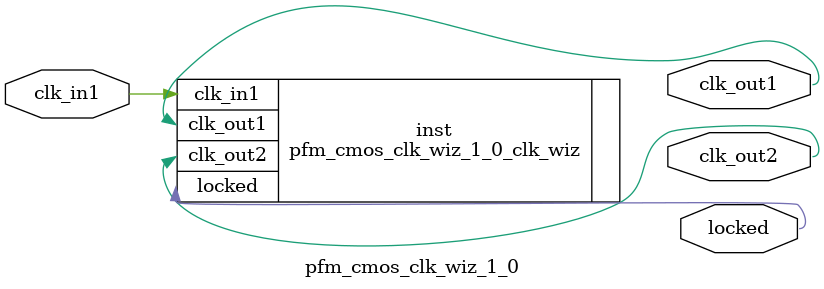
<source format=v>


`timescale 1ps/1ps

(* CORE_GENERATION_INFO = "pfm_cmos_clk_wiz_1_0,clk_wiz_v5_3_3_0,{component_name=pfm_cmos_clk_wiz_1_0,use_phase_alignment=true,use_min_o_jitter=false,use_max_i_jitter=false,use_dyn_phase_shift=false,use_inclk_switchover=false,use_dyn_reconfig=false,enable_axi=0,feedback_source=FDBK_AUTO,PRIMITIVE=MMCM,num_out_clk=2,clkin1_period=10.0,clkin2_period=10.0,use_power_down=false,use_reset=false,use_locked=true,use_inclk_stopped=false,feedback_type=SINGLE,CLOCK_MGR_TYPE=NA,manual_override=false}" *)

module pfm_cmos_clk_wiz_1_0 
 (
  // Clock out ports
  output        clk_out1,
  output        clk_out2,
  // Status and control signals
  output        locked,
 // Clock in ports
  input         clk_in1
 );

  pfm_cmos_clk_wiz_1_0_clk_wiz inst
  (
  // Clock out ports  
  .clk_out1(clk_out1),
  .clk_out2(clk_out2),
  // Status and control signals               
  .locked(locked),
 // Clock in ports
  .clk_in1(clk_in1)
  );

endmodule

</source>
